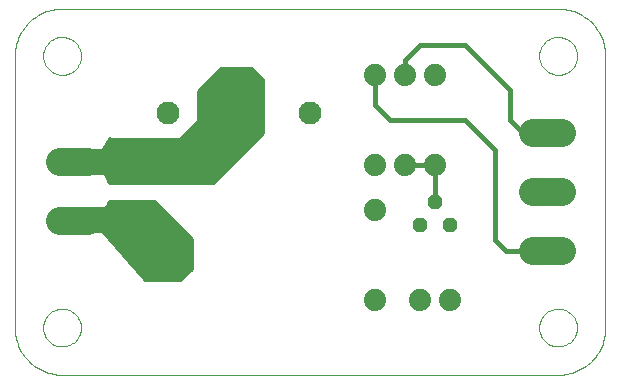
<source format=gbl>
G75*
G70*
%OFA0B0*%
%FSLAX24Y24*%
%IPPOS*%
%LPD*%
%AMOC8*
5,1,8,0,0,1.08239X$1,22.5*
%
%ADD10C,0.0740*%
%ADD11C,0.0937*%
%ADD12OC8,0.0480*%
%ADD13C,0.0768*%
%ADD14C,0.0000*%
%ADD15C,0.0160*%
%ADD16C,0.0100*%
%ADD17C,0.0860*%
%ADD18C,0.1500*%
%ADD19C,0.1000*%
D10*
X015135Y005916D03*
X016635Y005916D03*
X017635Y005916D03*
X015135Y008916D03*
X015135Y010416D03*
X016135Y010416D03*
X017135Y010416D03*
X017135Y013416D03*
X016135Y013416D03*
X015135Y013416D03*
D11*
X020422Y011475D02*
X021359Y011475D01*
X021359Y009506D02*
X020422Y009506D01*
X020422Y007538D02*
X021359Y007538D01*
X005591Y008534D02*
X004654Y008534D01*
X004654Y010502D02*
X005591Y010502D01*
D12*
X016635Y008416D03*
X017635Y008416D03*
X017135Y009166D03*
D13*
X012977Y012156D03*
X010615Y012943D03*
X008253Y012156D03*
X008253Y007353D03*
D14*
X004709Y003416D02*
X021245Y003416D01*
X020615Y004990D02*
X020617Y005040D01*
X020623Y005090D01*
X020633Y005139D01*
X020647Y005187D01*
X020664Y005234D01*
X020685Y005279D01*
X020710Y005323D01*
X020738Y005364D01*
X020770Y005403D01*
X020804Y005440D01*
X020841Y005474D01*
X020881Y005504D01*
X020923Y005531D01*
X020967Y005555D01*
X021013Y005576D01*
X021060Y005592D01*
X021108Y005605D01*
X021158Y005614D01*
X021207Y005619D01*
X021258Y005620D01*
X021308Y005617D01*
X021357Y005610D01*
X021406Y005599D01*
X021454Y005584D01*
X021500Y005566D01*
X021545Y005544D01*
X021588Y005518D01*
X021629Y005489D01*
X021668Y005457D01*
X021704Y005422D01*
X021736Y005384D01*
X021766Y005344D01*
X021793Y005301D01*
X021816Y005257D01*
X021835Y005211D01*
X021851Y005163D01*
X021863Y005114D01*
X021871Y005065D01*
X021875Y005015D01*
X021875Y004965D01*
X021871Y004915D01*
X021863Y004866D01*
X021851Y004817D01*
X021835Y004769D01*
X021816Y004723D01*
X021793Y004679D01*
X021766Y004636D01*
X021736Y004596D01*
X021704Y004558D01*
X021668Y004523D01*
X021629Y004491D01*
X021588Y004462D01*
X021545Y004436D01*
X021500Y004414D01*
X021454Y004396D01*
X021406Y004381D01*
X021357Y004370D01*
X021308Y004363D01*
X021258Y004360D01*
X021207Y004361D01*
X021158Y004366D01*
X021108Y004375D01*
X021060Y004388D01*
X021013Y004404D01*
X020967Y004425D01*
X020923Y004449D01*
X020881Y004476D01*
X020841Y004506D01*
X020804Y004540D01*
X020770Y004577D01*
X020738Y004616D01*
X020710Y004657D01*
X020685Y004701D01*
X020664Y004746D01*
X020647Y004793D01*
X020633Y004841D01*
X020623Y004890D01*
X020617Y004940D01*
X020615Y004990D01*
X021245Y003415D02*
X021322Y003417D01*
X021399Y003423D01*
X021476Y003432D01*
X021552Y003445D01*
X021628Y003462D01*
X021702Y003483D01*
X021776Y003507D01*
X021848Y003535D01*
X021918Y003566D01*
X021987Y003601D01*
X022055Y003639D01*
X022120Y003680D01*
X022183Y003725D01*
X022244Y003773D01*
X022303Y003823D01*
X022359Y003876D01*
X022412Y003932D01*
X022462Y003991D01*
X022510Y004052D01*
X022555Y004115D01*
X022596Y004180D01*
X022634Y004248D01*
X022669Y004317D01*
X022700Y004387D01*
X022728Y004459D01*
X022752Y004533D01*
X022773Y004607D01*
X022790Y004683D01*
X022803Y004759D01*
X022812Y004836D01*
X022818Y004913D01*
X022820Y004990D01*
X022820Y014046D01*
X020615Y014046D02*
X020617Y014096D01*
X020623Y014146D01*
X020633Y014195D01*
X020647Y014243D01*
X020664Y014290D01*
X020685Y014335D01*
X020710Y014379D01*
X020738Y014420D01*
X020770Y014459D01*
X020804Y014496D01*
X020841Y014530D01*
X020881Y014560D01*
X020923Y014587D01*
X020967Y014611D01*
X021013Y014632D01*
X021060Y014648D01*
X021108Y014661D01*
X021158Y014670D01*
X021207Y014675D01*
X021258Y014676D01*
X021308Y014673D01*
X021357Y014666D01*
X021406Y014655D01*
X021454Y014640D01*
X021500Y014622D01*
X021545Y014600D01*
X021588Y014574D01*
X021629Y014545D01*
X021668Y014513D01*
X021704Y014478D01*
X021736Y014440D01*
X021766Y014400D01*
X021793Y014357D01*
X021816Y014313D01*
X021835Y014267D01*
X021851Y014219D01*
X021863Y014170D01*
X021871Y014121D01*
X021875Y014071D01*
X021875Y014021D01*
X021871Y013971D01*
X021863Y013922D01*
X021851Y013873D01*
X021835Y013825D01*
X021816Y013779D01*
X021793Y013735D01*
X021766Y013692D01*
X021736Y013652D01*
X021704Y013614D01*
X021668Y013579D01*
X021629Y013547D01*
X021588Y013518D01*
X021545Y013492D01*
X021500Y013470D01*
X021454Y013452D01*
X021406Y013437D01*
X021357Y013426D01*
X021308Y013419D01*
X021258Y013416D01*
X021207Y013417D01*
X021158Y013422D01*
X021108Y013431D01*
X021060Y013444D01*
X021013Y013460D01*
X020967Y013481D01*
X020923Y013505D01*
X020881Y013532D01*
X020841Y013562D01*
X020804Y013596D01*
X020770Y013633D01*
X020738Y013672D01*
X020710Y013713D01*
X020685Y013757D01*
X020664Y013802D01*
X020647Y013849D01*
X020633Y013897D01*
X020623Y013946D01*
X020617Y013996D01*
X020615Y014046D01*
X021245Y015621D02*
X021322Y015619D01*
X021399Y015613D01*
X021476Y015604D01*
X021552Y015591D01*
X021628Y015574D01*
X021702Y015553D01*
X021776Y015529D01*
X021848Y015501D01*
X021918Y015470D01*
X021987Y015435D01*
X022055Y015397D01*
X022120Y015356D01*
X022183Y015311D01*
X022244Y015263D01*
X022303Y015213D01*
X022359Y015160D01*
X022412Y015104D01*
X022462Y015045D01*
X022510Y014984D01*
X022555Y014921D01*
X022596Y014856D01*
X022634Y014788D01*
X022669Y014719D01*
X022700Y014649D01*
X022728Y014577D01*
X022752Y014503D01*
X022773Y014429D01*
X022790Y014353D01*
X022803Y014277D01*
X022812Y014200D01*
X022818Y014123D01*
X022820Y014046D01*
X021245Y015620D02*
X004709Y015620D01*
X004079Y014046D02*
X004081Y014096D01*
X004087Y014146D01*
X004097Y014195D01*
X004111Y014243D01*
X004128Y014290D01*
X004149Y014335D01*
X004174Y014379D01*
X004202Y014420D01*
X004234Y014459D01*
X004268Y014496D01*
X004305Y014530D01*
X004345Y014560D01*
X004387Y014587D01*
X004431Y014611D01*
X004477Y014632D01*
X004524Y014648D01*
X004572Y014661D01*
X004622Y014670D01*
X004671Y014675D01*
X004722Y014676D01*
X004772Y014673D01*
X004821Y014666D01*
X004870Y014655D01*
X004918Y014640D01*
X004964Y014622D01*
X005009Y014600D01*
X005052Y014574D01*
X005093Y014545D01*
X005132Y014513D01*
X005168Y014478D01*
X005200Y014440D01*
X005230Y014400D01*
X005257Y014357D01*
X005280Y014313D01*
X005299Y014267D01*
X005315Y014219D01*
X005327Y014170D01*
X005335Y014121D01*
X005339Y014071D01*
X005339Y014021D01*
X005335Y013971D01*
X005327Y013922D01*
X005315Y013873D01*
X005299Y013825D01*
X005280Y013779D01*
X005257Y013735D01*
X005230Y013692D01*
X005200Y013652D01*
X005168Y013614D01*
X005132Y013579D01*
X005093Y013547D01*
X005052Y013518D01*
X005009Y013492D01*
X004964Y013470D01*
X004918Y013452D01*
X004870Y013437D01*
X004821Y013426D01*
X004772Y013419D01*
X004722Y013416D01*
X004671Y013417D01*
X004622Y013422D01*
X004572Y013431D01*
X004524Y013444D01*
X004477Y013460D01*
X004431Y013481D01*
X004387Y013505D01*
X004345Y013532D01*
X004305Y013562D01*
X004268Y013596D01*
X004234Y013633D01*
X004202Y013672D01*
X004174Y013713D01*
X004149Y013757D01*
X004128Y013802D01*
X004111Y013849D01*
X004097Y013897D01*
X004087Y013946D01*
X004081Y013996D01*
X004079Y014046D01*
X003134Y014046D02*
X003136Y014123D01*
X003142Y014200D01*
X003151Y014277D01*
X003164Y014353D01*
X003181Y014429D01*
X003202Y014503D01*
X003226Y014577D01*
X003254Y014649D01*
X003285Y014719D01*
X003320Y014788D01*
X003358Y014856D01*
X003399Y014921D01*
X003444Y014984D01*
X003492Y015045D01*
X003542Y015104D01*
X003595Y015160D01*
X003651Y015213D01*
X003710Y015263D01*
X003771Y015311D01*
X003834Y015356D01*
X003899Y015397D01*
X003967Y015435D01*
X004036Y015470D01*
X004106Y015501D01*
X004178Y015529D01*
X004252Y015553D01*
X004326Y015574D01*
X004402Y015591D01*
X004478Y015604D01*
X004555Y015613D01*
X004632Y015619D01*
X004709Y015621D01*
X003135Y014046D02*
X003135Y004990D01*
X004079Y004990D02*
X004081Y005040D01*
X004087Y005090D01*
X004097Y005139D01*
X004111Y005187D01*
X004128Y005234D01*
X004149Y005279D01*
X004174Y005323D01*
X004202Y005364D01*
X004234Y005403D01*
X004268Y005440D01*
X004305Y005474D01*
X004345Y005504D01*
X004387Y005531D01*
X004431Y005555D01*
X004477Y005576D01*
X004524Y005592D01*
X004572Y005605D01*
X004622Y005614D01*
X004671Y005619D01*
X004722Y005620D01*
X004772Y005617D01*
X004821Y005610D01*
X004870Y005599D01*
X004918Y005584D01*
X004964Y005566D01*
X005009Y005544D01*
X005052Y005518D01*
X005093Y005489D01*
X005132Y005457D01*
X005168Y005422D01*
X005200Y005384D01*
X005230Y005344D01*
X005257Y005301D01*
X005280Y005257D01*
X005299Y005211D01*
X005315Y005163D01*
X005327Y005114D01*
X005335Y005065D01*
X005339Y005015D01*
X005339Y004965D01*
X005335Y004915D01*
X005327Y004866D01*
X005315Y004817D01*
X005299Y004769D01*
X005280Y004723D01*
X005257Y004679D01*
X005230Y004636D01*
X005200Y004596D01*
X005168Y004558D01*
X005132Y004523D01*
X005093Y004491D01*
X005052Y004462D01*
X005009Y004436D01*
X004964Y004414D01*
X004918Y004396D01*
X004870Y004381D01*
X004821Y004370D01*
X004772Y004363D01*
X004722Y004360D01*
X004671Y004361D01*
X004622Y004366D01*
X004572Y004375D01*
X004524Y004388D01*
X004477Y004404D01*
X004431Y004425D01*
X004387Y004449D01*
X004345Y004476D01*
X004305Y004506D01*
X004268Y004540D01*
X004234Y004577D01*
X004202Y004616D01*
X004174Y004657D01*
X004149Y004701D01*
X004128Y004746D01*
X004111Y004793D01*
X004097Y004841D01*
X004087Y004890D01*
X004081Y004940D01*
X004079Y004990D01*
X003134Y004990D02*
X003136Y004913D01*
X003142Y004836D01*
X003151Y004759D01*
X003164Y004683D01*
X003181Y004607D01*
X003202Y004533D01*
X003226Y004459D01*
X003254Y004387D01*
X003285Y004317D01*
X003320Y004248D01*
X003358Y004180D01*
X003399Y004115D01*
X003444Y004052D01*
X003492Y003991D01*
X003542Y003932D01*
X003595Y003876D01*
X003651Y003823D01*
X003710Y003773D01*
X003771Y003725D01*
X003834Y003680D01*
X003899Y003639D01*
X003967Y003601D01*
X004036Y003566D01*
X004106Y003535D01*
X004178Y003507D01*
X004252Y003483D01*
X004326Y003462D01*
X004402Y003445D01*
X004478Y003432D01*
X004555Y003423D01*
X004632Y003417D01*
X004709Y003415D01*
D15*
X016135Y010416D02*
X017135Y010416D01*
X017135Y009166D01*
X019135Y007916D02*
X019135Y010916D01*
X018135Y011916D01*
X015635Y011916D01*
X015135Y012416D01*
X015135Y013416D01*
X016135Y013416D02*
X016135Y013916D01*
X016635Y014416D01*
X018135Y014416D01*
X019635Y012916D01*
X019635Y011916D01*
X020135Y011416D01*
X020635Y011416D01*
X020891Y011475D01*
X019135Y007916D02*
X019513Y007538D01*
X020891Y007538D01*
D16*
X011402Y011486D02*
X009935Y010016D01*
X009738Y009794D01*
X006285Y009816D01*
X006188Y010040D01*
X006096Y010144D01*
X006120Y010178D01*
X006165Y010265D01*
X006195Y010357D01*
X006210Y010452D01*
X005824Y010452D01*
X005791Y010490D01*
X005829Y010552D01*
X006210Y010552D01*
X006195Y010647D01*
X006165Y010740D01*
X006120Y010826D01*
X006063Y010905D01*
X006053Y010915D01*
X006284Y011290D01*
X006297Y011294D01*
X006311Y011294D01*
X006324Y011290D01*
X008646Y011290D01*
X009237Y011880D01*
X009237Y012864D01*
X010024Y013652D01*
X011009Y013652D01*
X011402Y013258D01*
X011402Y011486D01*
X011402Y011493D02*
X008849Y011493D01*
X008751Y011394D02*
X011310Y011394D01*
X011212Y011296D02*
X008652Y011296D01*
X008948Y011591D02*
X011402Y011591D01*
X011402Y011690D02*
X009046Y011690D01*
X009145Y011788D02*
X011402Y011788D01*
X011402Y011887D02*
X009237Y011887D01*
X009237Y011985D02*
X011402Y011985D01*
X011402Y012084D02*
X009237Y012084D01*
X009237Y012182D02*
X011402Y012182D01*
X011402Y012281D02*
X009237Y012281D01*
X009237Y012379D02*
X011402Y012379D01*
X011402Y012478D02*
X010877Y012478D01*
X010895Y012487D02*
X010820Y012448D01*
X010740Y012422D01*
X010665Y012411D01*
X010665Y012893D01*
X010565Y012893D01*
X010565Y012411D01*
X010490Y012422D01*
X010410Y012448D01*
X010335Y012487D01*
X010267Y012536D01*
X010208Y012595D01*
X010158Y012663D01*
X010120Y012738D01*
X010094Y012818D01*
X010082Y012893D01*
X010565Y012893D01*
X010565Y012993D01*
X010082Y012993D01*
X010094Y013068D01*
X010120Y013148D01*
X010158Y013223D01*
X010208Y013291D01*
X010267Y013350D01*
X010335Y013400D01*
X010410Y013438D01*
X010490Y013464D01*
X010565Y013476D01*
X010565Y012993D01*
X010665Y012993D01*
X011148Y012993D01*
X011136Y013068D01*
X011110Y013148D01*
X011072Y013223D01*
X011022Y013291D01*
X010963Y013350D01*
X010895Y013400D01*
X010820Y013438D01*
X010740Y013464D01*
X010665Y013476D01*
X010665Y012993D01*
X010665Y012893D01*
X011148Y012893D01*
X011136Y012818D01*
X011110Y012738D01*
X011072Y012663D01*
X011022Y012595D01*
X010963Y012536D01*
X010895Y012487D01*
X011003Y012576D02*
X011402Y012576D01*
X011402Y012675D02*
X011077Y012675D01*
X011121Y012773D02*
X011402Y012773D01*
X011402Y012872D02*
X011144Y012872D01*
X011136Y013069D02*
X011402Y013069D01*
X011402Y013167D02*
X011100Y013167D01*
X011041Y013266D02*
X011395Y013266D01*
X011296Y013364D02*
X010944Y013364D01*
X010744Y013463D02*
X011198Y013463D01*
X011099Y013561D02*
X009934Y013561D01*
X009835Y013463D02*
X010486Y013463D01*
X010565Y013463D02*
X010665Y013463D01*
X010665Y013364D02*
X010565Y013364D01*
X010565Y013266D02*
X010665Y013266D01*
X010665Y013167D02*
X010565Y013167D01*
X010565Y013069D02*
X010665Y013069D01*
X010665Y012970D02*
X011402Y012970D01*
X010665Y012872D02*
X010565Y012872D01*
X010565Y012970D02*
X009343Y012970D01*
X009441Y013069D02*
X010094Y013069D01*
X010130Y013167D02*
X009540Y013167D01*
X009638Y013266D02*
X010189Y013266D01*
X010286Y013364D02*
X009737Y013364D01*
X010086Y012872D02*
X009244Y012872D01*
X009237Y012773D02*
X010109Y012773D01*
X010153Y012675D02*
X009237Y012675D01*
X009237Y012576D02*
X010227Y012576D01*
X010353Y012478D02*
X009237Y012478D01*
X010565Y012478D02*
X010665Y012478D01*
X010665Y012576D02*
X010565Y012576D01*
X010565Y012675D02*
X010665Y012675D01*
X010665Y012773D02*
X010565Y012773D01*
X011114Y011197D02*
X006227Y011197D01*
X006166Y011099D02*
X011015Y011099D01*
X010917Y011000D02*
X006105Y011000D01*
X006066Y010902D02*
X010819Y010902D01*
X010720Y010803D02*
X006132Y010803D01*
X006176Y010705D02*
X010622Y010705D01*
X010524Y010606D02*
X006201Y010606D01*
X006203Y010409D02*
X010327Y010409D01*
X010229Y010311D02*
X006179Y010311D01*
X006138Y010212D02*
X010131Y010212D01*
X010032Y010114D02*
X006123Y010114D01*
X006199Y010015D02*
X009934Y010015D01*
X009847Y009917D02*
X006241Y009917D01*
X006284Y009818D02*
X009760Y009818D01*
X010426Y010508D02*
X005801Y010508D01*
X006285Y009216D02*
X006206Y009046D01*
X006064Y008936D01*
X006120Y008858D01*
X006165Y008771D01*
X006195Y008679D01*
X006210Y008584D01*
X005735Y008584D01*
X005821Y008484D01*
X006210Y008484D01*
X006195Y008389D01*
X006165Y008296D01*
X006120Y008210D01*
X006091Y008169D01*
X007465Y006565D01*
X008646Y006565D01*
X009040Y006959D01*
X009040Y007943D01*
X007788Y009212D01*
X006285Y009216D01*
X006244Y009129D02*
X007871Y009129D01*
X007968Y009030D02*
X006186Y009030D01*
X006067Y008932D02*
X008065Y008932D01*
X008162Y008833D02*
X006133Y008833D01*
X006176Y008735D02*
X008259Y008735D01*
X008356Y008636D02*
X006201Y008636D01*
X006203Y008439D02*
X008551Y008439D01*
X008648Y008341D02*
X006179Y008341D01*
X006137Y008242D02*
X008745Y008242D01*
X008842Y008144D02*
X006112Y008144D01*
X006197Y008045D02*
X008940Y008045D01*
X009037Y007947D02*
X006281Y007947D01*
X006366Y007848D02*
X008050Y007848D01*
X008048Y007847D02*
X007973Y007809D01*
X007905Y007760D01*
X007846Y007700D01*
X007796Y007632D01*
X007758Y007558D01*
X007732Y007478D01*
X007720Y007403D01*
X008203Y007403D01*
X008203Y007885D01*
X008128Y007873D01*
X008048Y007847D01*
X008203Y007848D02*
X008303Y007848D01*
X008303Y007885D02*
X008303Y007403D01*
X008203Y007403D01*
X008203Y007303D01*
X007720Y007303D01*
X007732Y007228D01*
X007758Y007148D01*
X007796Y007073D01*
X007846Y007005D01*
X007905Y006945D01*
X007973Y006896D01*
X008048Y006858D01*
X008128Y006832D01*
X008203Y006820D01*
X008203Y007303D01*
X008303Y007303D01*
X008303Y007403D01*
X008785Y007403D01*
X008773Y007478D01*
X008748Y007558D01*
X008709Y007632D01*
X008660Y007700D01*
X008601Y007760D01*
X008533Y007809D01*
X008458Y007847D01*
X008378Y007873D01*
X008303Y007885D01*
X008303Y007750D02*
X008203Y007750D01*
X008203Y007651D02*
X008303Y007651D01*
X008303Y007553D02*
X008203Y007553D01*
X008203Y007454D02*
X008303Y007454D01*
X008303Y007356D02*
X009040Y007356D01*
X009040Y007454D02*
X008777Y007454D01*
X008749Y007553D02*
X009040Y007553D01*
X009040Y007651D02*
X008696Y007651D01*
X008611Y007750D02*
X009040Y007750D01*
X009040Y007848D02*
X008455Y007848D01*
X007895Y007750D02*
X006450Y007750D01*
X006535Y007651D02*
X007810Y007651D01*
X007756Y007553D02*
X006619Y007553D01*
X006703Y007454D02*
X007728Y007454D01*
X007727Y007257D02*
X006872Y007257D01*
X006788Y007356D02*
X008203Y007356D01*
X008203Y007257D02*
X008303Y007257D01*
X008303Y007303D02*
X008303Y006820D01*
X008378Y006832D01*
X008458Y006858D01*
X008533Y006896D01*
X008601Y006945D01*
X008660Y007005D01*
X008709Y007073D01*
X008748Y007148D01*
X008773Y007228D01*
X008785Y007303D01*
X008303Y007303D01*
X008303Y007159D02*
X008203Y007159D01*
X008203Y007060D02*
X008303Y007060D01*
X008303Y006962D02*
X008203Y006962D01*
X008203Y006863D02*
X008303Y006863D01*
X008468Y006863D02*
X008944Y006863D01*
X009040Y006962D02*
X008617Y006962D01*
X008700Y007060D02*
X009040Y007060D01*
X009040Y007159D02*
X008751Y007159D01*
X008778Y007257D02*
X009040Y007257D01*
X008846Y006765D02*
X007294Y006765D01*
X007210Y006863D02*
X008038Y006863D01*
X007889Y006962D02*
X007126Y006962D01*
X007041Y007060D02*
X007805Y007060D01*
X007754Y007159D02*
X006957Y007159D01*
X007379Y006666D02*
X008747Y006666D01*
X008649Y006568D02*
X007463Y006568D01*
X008454Y008538D02*
X005775Y008538D01*
D17*
X005135Y008566D02*
X007035Y008566D01*
X005135Y010516D02*
X009235Y010516D01*
D18*
X010635Y012416D02*
X010635Y012916D01*
D19*
X007035Y008566D02*
X008285Y007316D01*
M02*

</source>
